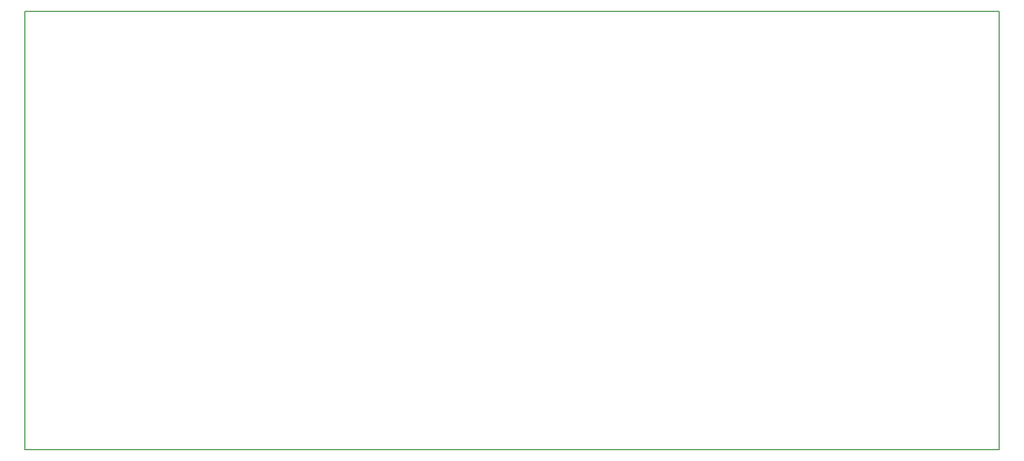
<source format=gbr>
G04 PROTEUS GERBER X2 FILE*
%TF.GenerationSoftware,Labcenter,Proteus,8.7-SP3-Build25561*%
%TF.CreationDate,2021-05-23T19:19:56+00:00*%
%TF.FileFunction,NonPlated,1,6,NPTH*%
%TF.FilePolarity,Positive*%
%TF.Part,Single*%
%TF.SameCoordinates,{bb4e542a-de17-4d2d-b6f0-32913e85bf41}*%
%FSLAX45Y45*%
%MOMM*%
G01*
%TA.AperFunction,Profile*%
%ADD40C,0.203200*%
%TD.AperFunction*%
D40*
X-7429500Y-4254500D02*
X+8509000Y-4254500D01*
X+8509000Y+2921000D01*
X-7429500Y+2921000D01*
X-7429500Y-4254500D01*
M02*

</source>
